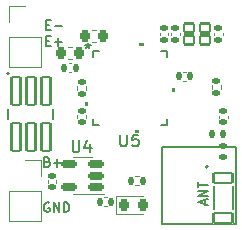
<source format=gbr>
%TF.GenerationSoftware,KiCad,Pcbnew,7.0.9*%
%TF.CreationDate,2024-03-10T22:23:53-07:00*%
%TF.ProjectId,P2.0,50322e30-2e6b-4696-9361-645f70636258,rev?*%
%TF.SameCoordinates,Original*%
%TF.FileFunction,Legend,Top*%
%TF.FilePolarity,Positive*%
%FSLAX46Y46*%
G04 Gerber Fmt 4.6, Leading zero omitted, Abs format (unit mm)*
G04 Created by KiCad (PCBNEW 7.0.9) date 2024-03-10 22:23:53*
%MOMM*%
%LPD*%
G01*
G04 APERTURE LIST*
G04 Aperture macros list*
%AMRoundRect*
0 Rectangle with rounded corners*
0 $1 Rounding radius*
0 $2 $3 $4 $5 $6 $7 $8 $9 X,Y pos of 4 corners*
0 Add a 4 corners polygon primitive as box body*
4,1,4,$2,$3,$4,$5,$6,$7,$8,$9,$2,$3,0*
0 Add four circle primitives for the rounded corners*
1,1,$1+$1,$2,$3*
1,1,$1+$1,$4,$5*
1,1,$1+$1,$6,$7*
1,1,$1+$1,$8,$9*
0 Add four rect primitives between the rounded corners*
20,1,$1+$1,$2,$3,$4,$5,0*
20,1,$1+$1,$4,$5,$6,$7,0*
20,1,$1+$1,$6,$7,$8,$9,0*
20,1,$1+$1,$8,$9,$2,$3,0*%
G04 Aperture macros list end*
%ADD10C,0.150000*%
%ADD11C,0.200000*%
%ADD12C,0.127000*%
%ADD13C,0.120000*%
%ADD14C,0.152400*%
%ADD15RoundRect,0.102000X-0.380000X-1.200000X0.380000X-1.200000X0.380000X1.200000X-0.380000X1.200000X0*%
%ADD16RoundRect,0.102000X-0.800000X0.400000X-0.800000X-0.400000X0.800000X-0.400000X0.800000X0.400000X0*%
%ADD17RoundRect,0.140000X0.140000X0.170000X-0.140000X0.170000X-0.140000X-0.170000X0.140000X-0.170000X0*%
%ADD18RoundRect,0.135000X-0.135000X-0.185000X0.135000X-0.185000X0.135000X0.185000X-0.135000X0.185000X0*%
%ADD19RoundRect,0.147500X-0.172500X0.147500X-0.172500X-0.147500X0.172500X-0.147500X0.172500X0.147500X0*%
%ADD20RoundRect,0.150000X0.512500X0.150000X-0.512500X0.150000X-0.512500X-0.150000X0.512500X-0.150000X0*%
%ADD21RoundRect,0.140000X0.170000X-0.140000X0.170000X0.140000X-0.170000X0.140000X-0.170000X-0.140000X0*%
%ADD22O,1.700000X1.700000*%
%ADD23R,1.700000X1.700000*%
%ADD24RoundRect,0.102000X-0.425000X-0.375000X0.425000X-0.375000X0.425000X0.375000X-0.425000X0.375000X0*%
%ADD25RoundRect,0.140000X-0.170000X0.140000X-0.170000X-0.140000X0.170000X-0.140000X0.170000X0.140000X0*%
%ADD26RoundRect,0.147500X-0.147500X-0.172500X0.147500X-0.172500X0.147500X0.172500X-0.147500X0.172500X0*%
%ADD27RoundRect,0.225000X0.225000X0.250000X-0.225000X0.250000X-0.225000X-0.250000X0.225000X-0.250000X0*%
%ADD28RoundRect,0.218750X-0.218750X-0.256250X0.218750X-0.256250X0.218750X0.256250X-0.218750X0.256250X0*%
%ADD29R,0.762000X0.203200*%
%ADD30R,0.203200X0.762000*%
%ADD31R,4.699000X4.699000*%
%ADD32RoundRect,0.135000X0.185000X-0.135000X0.185000X0.135000X-0.185000X0.135000X-0.185000X-0.135000X0*%
%ADD33RoundRect,0.135000X-0.185000X0.135000X-0.185000X-0.135000X0.185000X-0.135000X0.185000X0.135000X0*%
G04 APERTURE END LIST*
D10*
X91765723Y-67248935D02*
X91765723Y-66867982D01*
X91994295Y-67325125D02*
X91194295Y-67058458D01*
X91194295Y-67058458D02*
X91994295Y-66791792D01*
X91994295Y-66525125D02*
X91194295Y-66525125D01*
X91194295Y-66525125D02*
X91994295Y-66067982D01*
X91994295Y-66067982D02*
X91194295Y-66067982D01*
X91194295Y-65801316D02*
X91194295Y-65344173D01*
X91994295Y-65572745D02*
X91194295Y-65572745D01*
X88100000Y-62387500D02*
X94350000Y-62387500D01*
X94350000Y-68862500D01*
X88100000Y-68862500D01*
X88100000Y-62387500D01*
X78558207Y-67107390D02*
X78482017Y-67069295D01*
X78482017Y-67069295D02*
X78367731Y-67069295D01*
X78367731Y-67069295D02*
X78253445Y-67107390D01*
X78253445Y-67107390D02*
X78177255Y-67183580D01*
X78177255Y-67183580D02*
X78139160Y-67259771D01*
X78139160Y-67259771D02*
X78101064Y-67412152D01*
X78101064Y-67412152D02*
X78101064Y-67526438D01*
X78101064Y-67526438D02*
X78139160Y-67678819D01*
X78139160Y-67678819D02*
X78177255Y-67755009D01*
X78177255Y-67755009D02*
X78253445Y-67831200D01*
X78253445Y-67831200D02*
X78367731Y-67869295D01*
X78367731Y-67869295D02*
X78443922Y-67869295D01*
X78443922Y-67869295D02*
X78558207Y-67831200D01*
X78558207Y-67831200D02*
X78596303Y-67793104D01*
X78596303Y-67793104D02*
X78596303Y-67526438D01*
X78596303Y-67526438D02*
X78443922Y-67526438D01*
X78939160Y-67869295D02*
X78939160Y-67069295D01*
X78939160Y-67069295D02*
X79396303Y-67869295D01*
X79396303Y-67869295D02*
X79396303Y-67069295D01*
X79777255Y-67869295D02*
X79777255Y-67069295D01*
X79777255Y-67069295D02*
X79967731Y-67069295D01*
X79967731Y-67069295D02*
X80082017Y-67107390D01*
X80082017Y-67107390D02*
X80158207Y-67183580D01*
X80158207Y-67183580D02*
X80196302Y-67259771D01*
X80196302Y-67259771D02*
X80234398Y-67412152D01*
X80234398Y-67412152D02*
X80234398Y-67526438D01*
X80234398Y-67526438D02*
X80196302Y-67678819D01*
X80196302Y-67678819D02*
X80158207Y-67755009D01*
X80158207Y-67755009D02*
X80082017Y-67831200D01*
X80082017Y-67831200D02*
X79967731Y-67869295D01*
X79967731Y-67869295D02*
X79777255Y-67869295D01*
X78410826Y-63610247D02*
X78525112Y-63648342D01*
X78525112Y-63648342D02*
X78563207Y-63686438D01*
X78563207Y-63686438D02*
X78601303Y-63762628D01*
X78601303Y-63762628D02*
X78601303Y-63876914D01*
X78601303Y-63876914D02*
X78563207Y-63953104D01*
X78563207Y-63953104D02*
X78525112Y-63991200D01*
X78525112Y-63991200D02*
X78448922Y-64029295D01*
X78448922Y-64029295D02*
X78144160Y-64029295D01*
X78144160Y-64029295D02*
X78144160Y-63229295D01*
X78144160Y-63229295D02*
X78410826Y-63229295D01*
X78410826Y-63229295D02*
X78487017Y-63267390D01*
X78487017Y-63267390D02*
X78525112Y-63305485D01*
X78525112Y-63305485D02*
X78563207Y-63381676D01*
X78563207Y-63381676D02*
X78563207Y-63457866D01*
X78563207Y-63457866D02*
X78525112Y-63534057D01*
X78525112Y-63534057D02*
X78487017Y-63572152D01*
X78487017Y-63572152D02*
X78410826Y-63610247D01*
X78410826Y-63610247D02*
X78144160Y-63610247D01*
X78944160Y-63724533D02*
X79553684Y-63724533D01*
X79248922Y-64029295D02*
X79248922Y-63419771D01*
X78314160Y-53375247D02*
X78580826Y-53375247D01*
X78695112Y-53794295D02*
X78314160Y-53794295D01*
X78314160Y-53794295D02*
X78314160Y-52994295D01*
X78314160Y-52994295D02*
X78695112Y-52994295D01*
X79037970Y-53489533D02*
X79647494Y-53489533D01*
X79342732Y-53794295D02*
X79342732Y-53184771D01*
X78314160Y-52025247D02*
X78580826Y-52025247D01*
X78695112Y-52444295D02*
X78314160Y-52444295D01*
X78314160Y-52444295D02*
X78314160Y-51644295D01*
X78314160Y-51644295D02*
X78695112Y-51644295D01*
X79037970Y-52139533D02*
X79647494Y-52139533D01*
X80538095Y-61804819D02*
X80538095Y-62614342D01*
X80538095Y-62614342D02*
X80585714Y-62709580D01*
X80585714Y-62709580D02*
X80633333Y-62757200D01*
X80633333Y-62757200D02*
X80728571Y-62804819D01*
X80728571Y-62804819D02*
X80919047Y-62804819D01*
X80919047Y-62804819D02*
X81014285Y-62757200D01*
X81014285Y-62757200D02*
X81061904Y-62709580D01*
X81061904Y-62709580D02*
X81109523Y-62614342D01*
X81109523Y-62614342D02*
X81109523Y-61804819D01*
X82014285Y-62138152D02*
X82014285Y-62804819D01*
X81776190Y-61757200D02*
X81538095Y-62471485D01*
X81538095Y-62471485D02*
X82157142Y-62471485D01*
X84563095Y-61329819D02*
X84563095Y-62139342D01*
X84563095Y-62139342D02*
X84610714Y-62234580D01*
X84610714Y-62234580D02*
X84658333Y-62282200D01*
X84658333Y-62282200D02*
X84753571Y-62329819D01*
X84753571Y-62329819D02*
X84944047Y-62329819D01*
X84944047Y-62329819D02*
X85039285Y-62282200D01*
X85039285Y-62282200D02*
X85086904Y-62234580D01*
X85086904Y-62234580D02*
X85134523Y-62139342D01*
X85134523Y-62139342D02*
X85134523Y-61329819D01*
X86086904Y-61329819D02*
X85610714Y-61329819D01*
X85610714Y-61329819D02*
X85563095Y-61806009D01*
X85563095Y-61806009D02*
X85610714Y-61758390D01*
X85610714Y-61758390D02*
X85705952Y-61710771D01*
X85705952Y-61710771D02*
X85944047Y-61710771D01*
X85944047Y-61710771D02*
X86039285Y-61758390D01*
X86039285Y-61758390D02*
X86086904Y-61806009D01*
X86086904Y-61806009D02*
X86134523Y-61901247D01*
X86134523Y-61901247D02*
X86134523Y-62139342D01*
X86134523Y-62139342D02*
X86086904Y-62234580D01*
X86086904Y-62234580D02*
X86039285Y-62282200D01*
X86039285Y-62282200D02*
X85944047Y-62329819D01*
X85944047Y-62329819D02*
X85705952Y-62329819D01*
X85705952Y-62329819D02*
X85610714Y-62282200D01*
X85610714Y-62282200D02*
X85563095Y-62234580D01*
X81825000Y-53604819D02*
X81825000Y-53842914D01*
X81586905Y-53747676D02*
X81825000Y-53842914D01*
X81825000Y-53842914D02*
X82063095Y-53747676D01*
X81682143Y-54033390D02*
X81825000Y-53842914D01*
X81825000Y-53842914D02*
X81967857Y-54033390D01*
D11*
%TO.C,J2*%
X75180000Y-56150000D02*
G75*
G03*
X75180000Y-56150000I-100000J0D01*
G01*
D12*
X78885000Y-59120000D02*
X78885000Y-59980000D01*
X75075000Y-59980000D02*
X75075000Y-59120000D01*
D11*
%TO.C,AE1*%
X92000000Y-64062500D02*
G75*
G03*
X92000000Y-64062500I-100000J0D01*
G01*
D12*
X92500000Y-65682500D02*
X92500000Y-67642500D01*
X94100000Y-65682500D02*
X94100000Y-67642500D01*
D13*
%TO.C,C11*%
X83407836Y-67360000D02*
X83192164Y-67360000D01*
X83407836Y-66640000D02*
X83192164Y-66640000D01*
%TO.C,R18*%
X85846359Y-64870000D02*
X86153641Y-64870000D01*
X85846359Y-65630000D02*
X86153641Y-65630000D01*
%TO.C,C17*%
X90107836Y-56040000D02*
X89892164Y-56040000D01*
X90107836Y-56760000D02*
X89892164Y-56760000D01*
%TO.C,U4*%
X81362500Y-66360000D02*
X83162500Y-66360000D01*
X81362500Y-66360000D02*
X80562500Y-66360000D01*
X81362500Y-63240000D02*
X82162500Y-63240000D01*
X81362500Y-63240000D02*
X80562500Y-63240000D01*
%TO.C,C14*%
X81660000Y-59887836D02*
X81660000Y-59672164D01*
X80940000Y-59887836D02*
X80940000Y-59672164D01*
%TO.C,J1*%
X77830000Y-53020000D02*
X77830000Y-55620000D01*
X75170000Y-55620000D02*
X77830000Y-55620000D01*
X75170000Y-53020000D02*
X77830000Y-53020000D01*
X75170000Y-53020000D02*
X75170000Y-55620000D01*
X75170000Y-51750000D02*
X75170000Y-50420000D01*
X75170000Y-50420000D02*
X76500000Y-50420000D01*
D11*
%TO.C,Y1*%
X89453999Y-53254001D02*
G75*
G03*
X89453999Y-53254001I-100000J0D01*
G01*
D13*
%TO.C,C13*%
X88638999Y-52691165D02*
X88638999Y-52906837D01*
X87918999Y-52691165D02*
X87918999Y-52906837D01*
%TO.C,C12*%
X80432836Y-56010000D02*
X80217164Y-56010000D01*
X80432836Y-55290000D02*
X80217164Y-55290000D01*
%TO.C,C18*%
X92518999Y-52906837D02*
X92518999Y-52691165D01*
X93238999Y-52906837D02*
X93238999Y-52691165D01*
%TO.C,C19*%
X82490580Y-53460000D02*
X82209420Y-53460000D01*
X82490580Y-52440000D02*
X82209420Y-52440000D01*
%TO.C,C16*%
X89588999Y-52691165D02*
X89588999Y-52906837D01*
X88868999Y-52691165D02*
X88868999Y-52906837D01*
%TO.C,C20*%
X80465580Y-54960000D02*
X80184420Y-54960000D01*
X80465580Y-53940000D02*
X80184420Y-53940000D01*
%TO.C,C15*%
X92940000Y-59927836D02*
X92940000Y-59712164D01*
X93660000Y-59927836D02*
X93660000Y-59712164D01*
%TO.C,D1*%
X84227500Y-66565000D02*
X84227500Y-68035000D01*
X84227500Y-68035000D02*
X86512500Y-68035000D01*
X86512500Y-66565000D02*
X84227500Y-66565000D01*
%TO.C,BT1*%
X75195000Y-66070000D02*
X75195000Y-68670000D01*
X75195000Y-66070000D02*
X77855000Y-66070000D01*
X75195000Y-68670000D02*
X77855000Y-68670000D01*
X76525000Y-63470000D02*
X77855000Y-63470000D01*
X77855000Y-63470000D02*
X77855000Y-64800000D01*
X77855000Y-66070000D02*
X77855000Y-68670000D01*
%TO.C,C10*%
X78440000Y-65387836D02*
X78440000Y-65172164D01*
X79160000Y-65387836D02*
X79160000Y-65172164D01*
D14*
%TO.C,U5*%
X82254800Y-54225801D02*
X82254800Y-54715660D01*
X82254800Y-59984342D02*
X82254800Y-60474201D01*
X82254800Y-60474201D02*
X82744659Y-60474201D01*
X82744659Y-54225801D02*
X82254800Y-54225801D01*
X88013341Y-60474201D02*
X88503200Y-60474201D01*
X88503200Y-54225801D02*
X88013341Y-54225801D01*
X88503200Y-54715660D02*
X88503200Y-54225801D01*
X88503200Y-60474201D02*
X88503200Y-59984342D01*
G36*
X81823000Y-58940501D02*
G01*
X81569000Y-58940501D01*
X81569000Y-58559501D01*
X81823000Y-58559501D01*
X81823000Y-58940501D01*
G37*
G36*
X86169499Y-61160001D02*
G01*
X85788499Y-61160001D01*
X85788499Y-60906001D01*
X86169499Y-60906001D01*
X86169499Y-61160001D01*
G37*
G36*
X86569501Y-53794001D02*
G01*
X86188501Y-53794001D01*
X86188501Y-53540001D01*
X86569501Y-53540001D01*
X86569501Y-53794001D01*
G37*
G36*
X89189000Y-57740501D02*
G01*
X88935000Y-57740501D01*
X88935000Y-57359501D01*
X89189000Y-57359501D01*
X89189000Y-57740501D01*
G37*
D13*
%TO.C,R20*%
X81705000Y-57528641D02*
X81705000Y-57221359D01*
X80945000Y-57528641D02*
X80945000Y-57221359D01*
%TO.C,R13*%
X92320000Y-57146359D02*
X92320000Y-57453641D01*
X93080000Y-57146359D02*
X93080000Y-57453641D01*
%TD*%
%LPC*%
D15*
%TO.C,J2*%
X78250000Y-61500000D03*
X78250000Y-57600000D03*
X76980000Y-61500000D03*
X76980000Y-57600000D03*
X75710000Y-61500000D03*
X75710000Y-57600000D03*
%TD*%
D16*
%TO.C,AE1*%
X93300000Y-68362500D03*
X93300000Y-64962500D03*
%TD*%
D17*
%TO.C,C11*%
X83780000Y-67000000D03*
X82820000Y-67000000D03*
%TD*%
D18*
%TO.C,R18*%
X85490000Y-65250000D03*
X86510000Y-65250000D03*
%TD*%
D17*
%TO.C,C17*%
X89520000Y-56400000D03*
X90480000Y-56400000D03*
%TD*%
D19*
%TO.C,L2*%
X93300000Y-62262500D03*
X93300000Y-63232500D03*
%TD*%
D20*
%TO.C,U4*%
X82500000Y-65750000D03*
X82500000Y-64800000D03*
X82500000Y-63850000D03*
X80225000Y-63850000D03*
X80225000Y-65750000D03*
%TD*%
D21*
%TO.C,C14*%
X81300000Y-59300000D03*
X81300000Y-60260000D03*
%TD*%
D22*
%TO.C,J1*%
X76500000Y-54290000D03*
D23*
X76500000Y-51750000D03*
%TD*%
D24*
%TO.C,Y1*%
X90378999Y-52279001D03*
X91728999Y-52279001D03*
X91728999Y-53329001D03*
X90378999Y-53329001D03*
%TD*%
D25*
%TO.C,C13*%
X88278999Y-52319001D03*
X88278999Y-53279001D03*
%TD*%
D17*
%TO.C,C12*%
X80805000Y-55650000D03*
X79845000Y-55650000D03*
%TD*%
D26*
%TO.C,L3*%
X92330000Y-61250000D03*
X93300000Y-61250000D03*
%TD*%
D21*
%TO.C,C18*%
X92878999Y-53279001D03*
X92878999Y-52319001D03*
%TD*%
D27*
%TO.C,C19*%
X83125000Y-52950000D03*
X81575000Y-52950000D03*
%TD*%
D25*
%TO.C,C16*%
X89228999Y-52319001D03*
X89228999Y-53279001D03*
%TD*%
D27*
%TO.C,C20*%
X81100000Y-54450000D03*
X79550000Y-54450000D03*
%TD*%
D21*
%TO.C,C15*%
X93300000Y-60300000D03*
X93300000Y-59340000D03*
%TD*%
D28*
%TO.C,D1*%
X84925000Y-67300000D03*
X86500000Y-67300000D03*
%TD*%
D23*
%TO.C,BT1*%
X76525000Y-64800000D03*
D22*
X76525000Y-67340000D03*
%TD*%
D21*
%TO.C,C10*%
X78800000Y-65760000D03*
X78800000Y-64800000D03*
%TD*%
D29*
%TO.C,U5*%
X82458000Y-55150000D03*
X82458000Y-55550002D03*
X82458000Y-55950001D03*
X82458000Y-56350000D03*
X82458000Y-56750002D03*
X82458000Y-57150001D03*
X82458000Y-57550001D03*
X82458000Y-57950000D03*
X82458000Y-58350002D03*
X82458000Y-58750001D03*
X82458000Y-59150000D03*
X82458000Y-59550002D03*
D30*
X83178999Y-60271001D03*
X83579001Y-60271001D03*
X83979000Y-60271001D03*
X84378999Y-60271001D03*
X84779001Y-60271001D03*
X85179000Y-60271001D03*
X85579000Y-60271001D03*
X85978999Y-60271001D03*
X86379001Y-60271001D03*
X86779000Y-60271001D03*
X87178999Y-60271001D03*
X87579001Y-60271001D03*
D29*
X88300000Y-59550002D03*
X88300000Y-59150000D03*
X88300000Y-58750001D03*
X88300000Y-58350002D03*
X88300000Y-57950000D03*
X88300000Y-57550001D03*
X88300000Y-57150001D03*
X88300000Y-56750002D03*
X88300000Y-56350000D03*
X88300000Y-55950001D03*
X88300000Y-55550002D03*
X88300000Y-55150000D03*
D30*
X87579001Y-54429001D03*
X87178999Y-54429001D03*
X86779000Y-54429001D03*
X86379001Y-54429001D03*
X85978999Y-54429001D03*
X85579000Y-54429001D03*
X85179000Y-54429001D03*
X84779001Y-54429001D03*
X84378999Y-54429001D03*
X83979000Y-54429001D03*
X83579001Y-54429001D03*
X83178999Y-54429001D03*
D31*
X85379000Y-57350001D03*
%TD*%
D32*
%TO.C,R20*%
X81325000Y-57885000D03*
X81325000Y-56865000D03*
%TD*%
D33*
%TO.C,R13*%
X92700000Y-56790000D03*
X92700000Y-57810000D03*
%TD*%
%LPD*%
M02*

</source>
